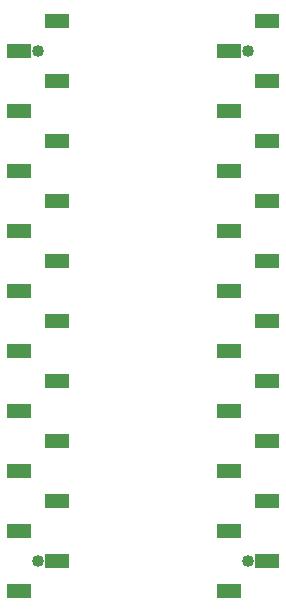
<source format=gbr>
%TF.GenerationSoftware,KiCad,Pcbnew,8.0.1*%
%TF.CreationDate,2024-03-27T22:20:37-06:00*%
%TF.ProjectId,weather-station-receiver,77656174-6865-4722-9d73-746174696f6e,rev?*%
%TF.SameCoordinates,Original*%
%TF.FileFunction,Soldermask,Bot*%
%TF.FilePolarity,Negative*%
%FSLAX46Y46*%
G04 Gerber Fmt 4.6, Leading zero omitted, Abs format (unit mm)*
G04 Created by KiCad (PCBNEW 8.0.1) date 2024-03-27 22:20:37*
%MOMM*%
%LPD*%
G01*
G04 APERTURE LIST*
G04 Aperture macros list*
%AMRoundRect*
0 Rectangle with rounded corners*
0 $1 Rounding radius*
0 $2 $3 $4 $5 $6 $7 $8 $9 X,Y pos of 4 corners*
0 Add a 4 corners polygon primitive as box body*
4,1,4,$2,$3,$4,$5,$6,$7,$8,$9,$2,$3,0*
0 Add four circle primitives for the rounded corners*
1,1,$1+$1,$2,$3*
1,1,$1+$1,$4,$5*
1,1,$1+$1,$6,$7*
1,1,$1+$1,$8,$9*
0 Add four rect primitives between the rounded corners*
20,1,$1+$1,$2,$3,$4,$5,0*
20,1,$1+$1,$4,$5,$6,$7,0*
20,1,$1+$1,$6,$7,$8,$9,0*
20,1,$1+$1,$8,$9,$2,$3,0*%
G04 Aperture macros list end*
%ADD10C,1.020000*%
%ADD11RoundRect,0.102000X0.952500X-0.510000X0.952500X0.510000X-0.952500X0.510000X-0.952500X-0.510000X0*%
G04 APERTURE END LIST*
D10*
%TO.C,U2*%
X168759900Y-117449600D03*
X168759900Y-74269600D03*
X150979900Y-117449600D03*
X150979900Y-74269600D03*
D11*
X152582400Y-71729600D03*
X149377400Y-74269600D03*
X152582400Y-76809600D03*
X149377400Y-79349600D03*
X152582400Y-81889600D03*
X149377400Y-84429600D03*
X152582400Y-86969600D03*
X149377400Y-89509600D03*
X152582400Y-92049600D03*
X149377400Y-94589600D03*
X152582400Y-97129600D03*
X149377400Y-99669600D03*
X152582400Y-102209600D03*
X149377400Y-104749600D03*
X152582400Y-107289600D03*
X149377400Y-109829600D03*
X152582400Y-112369600D03*
X149377400Y-114909600D03*
X152582400Y-117449600D03*
X149377400Y-119989600D03*
X167157400Y-119989600D03*
X170362400Y-117449600D03*
X167157400Y-114909600D03*
X170362400Y-112369600D03*
X167157400Y-109829600D03*
X170362400Y-107289600D03*
X167157400Y-104749600D03*
X170362400Y-102209600D03*
X167157400Y-99669600D03*
X170362400Y-97129600D03*
X167157400Y-94589600D03*
X170362400Y-92049600D03*
X167157400Y-89509600D03*
X170362400Y-86969600D03*
X167157400Y-84429600D03*
X170362400Y-81889600D03*
X167157400Y-79349600D03*
X170362400Y-76809600D03*
X167157400Y-74269600D03*
X170362400Y-71729600D03*
%TD*%
M02*

</source>
